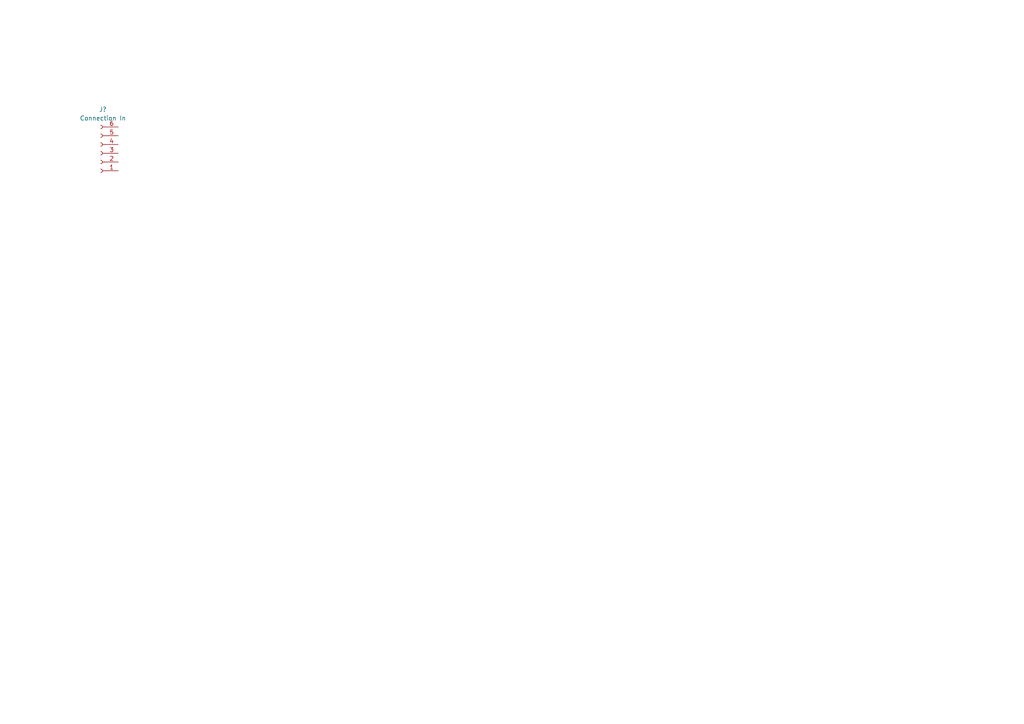
<source format=kicad_sch>
(kicad_sch (version 20211123) (generator eeschema)
  (paper "A4")
  (title_block (title "Key PCB"))
  (lib_symbols
    (symbol "Connector:Conn_01x06_Female" (pin_names (offset 1.016) hide)
      (property "Reference" "J" (at 0 7.62 0))
      (property "Value" "Conn_01x06_Female" (at 0 -10.16 0))
      (symbol "Conn_01x06_Female_1_1"
        (arc (start 0 -7.112) (mid -0.508 -7.62) (end 0 -8.128) (stroke (width 0.1524)))
        (arc (start 0 -4.572) (mid -0.508 -5.08) (end 0 -5.588) (stroke (width 0.1524)))
        (arc (start 0 -2.032) (mid -0.508 -2.54) (end 0 -3.048) (stroke (width 0.1524)))
        (polyline (pts (xy -1.27 -7.62) (xy -0.508 -7.62)) (stroke (width 0.1524)))
        (polyline (pts (xy -1.27 -5.08) (xy -0.508 -5.08)) (stroke (width 0.1524)))
        (polyline (pts (xy -1.27 -2.54) (xy -0.508 -2.54)) (stroke (width 0.1524)))
        (polyline (pts (xy -1.27 0) (xy -0.508 0)) (stroke (width 0.1524)))
        (polyline (pts (xy -1.27 2.54) (xy -0.508 2.54)) (stroke (width 0.1524)))
        (polyline (pts (xy -1.27 5.08) (xy -0.508 5.08)) (stroke (width 0.1524)))
        (arc (start 0 0.508) (mid -0.508 0) (end 0 -0.508) (stroke (width 0.1524)))
        (arc (start 0 3.048) (mid -0.508 2.54) (end 0 2.032) (stroke (width 0.1524)))
        (arc (start 0 5.588) (mid -0.508 5.08) (end 0 4.572) (stroke (width 0.1524)))
        (pin passive line (at -5.08 5.08 0) (length 3.81) (name "Pin_1") (number "1"))
        (pin passive line (at -5.08 2.54 0) (length 3.81) (name "Pin_2") (number "2"))
        (pin passive line (at -5.08 0 0) (length 3.81) (name "Pin_3") (number "3"))
        (pin passive line (at -5.08 -2.54 0) (length 3.81) (name "Pin_4") (number "4"))
        (pin passive line (at -5.08 -5.08 0) (length 3.81) (name "Pin_5") (number "5"))
        (pin passive line (at -5.08 -7.62 0) (length 3.81) (name "Pin_6") (number "6"))
      )
    )
  )
  (symbol (lib_id "Connector:Conn_01x06_Female") (at 29.21 44.45 180) (unit 1)
    (property "Reference" "J?" (at 29.845 31.75 0))
    (property "Value" "Connection In" (at 29.845 34.29 0))
  )
)
</source>
